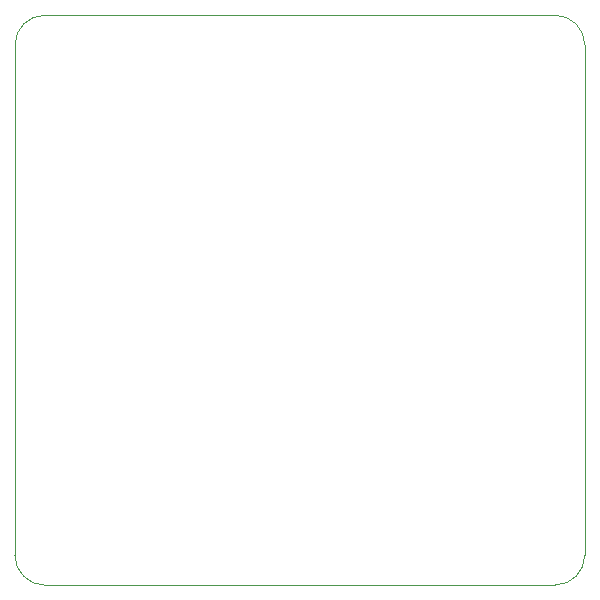
<source format=gm1>
G04 #@! TF.FileFunction,Profile,NP*
%FSLAX46Y46*%
G04 Gerber Fmt 4.6, Leading zero omitted, Abs format (unit mm)*
G04 Created by KiCad (PCBNEW (2016-06-08 BZR 6904)-stable) date Sat Jun 25 00:42:27 2016*
%MOMM*%
%LPD*%
G01*
G04 APERTURE LIST*
%ADD10C,0.152400*%
%ADD11C,0.100000*%
G04 APERTURE END LIST*
D10*
D11*
X25400000Y-71120000D02*
G75*
G03X27940000Y-73660000I2540000J0D01*
G01*
X71120000Y-73660000D02*
G75*
G03X73660000Y-71120000I0J2540000D01*
G01*
X73660000Y-27940000D02*
G75*
G03X71120000Y-25400000I-2540000J0D01*
G01*
X27940000Y-25400000D02*
G75*
G03X25400000Y-27940000I0J-2540000D01*
G01*
X71120000Y-73660000D02*
X27940000Y-73660000D01*
X25400000Y-71120000D02*
X25400000Y-27940000D01*
X73660000Y-27940000D02*
X73660000Y-71120000D01*
X27940000Y-25400000D02*
X71120000Y-25400000D01*
M02*

</source>
